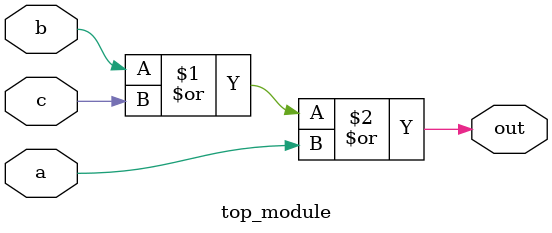
<source format=v>
module top_module(
    input a,
    input b,
    input c,
    output out  ); 
    assign out = b | c | a;
endmodule
</source>
